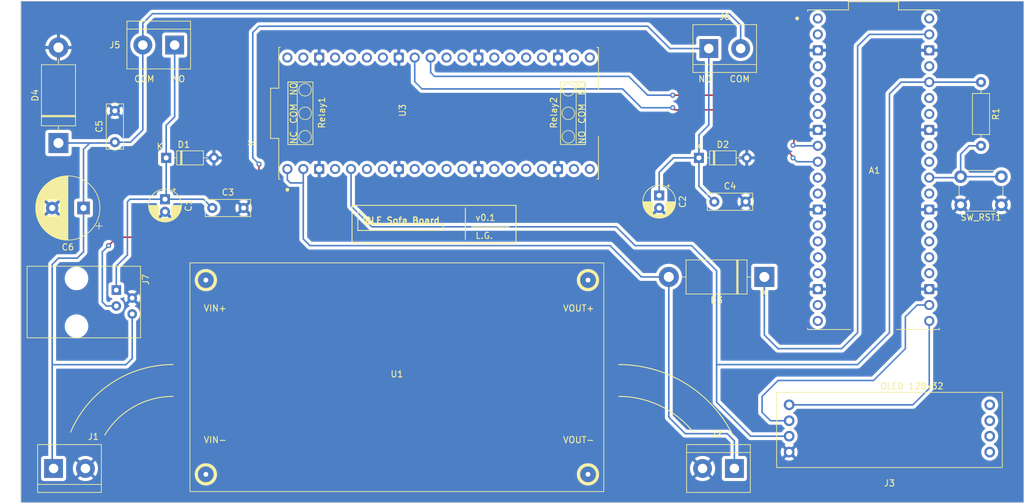
<source format=kicad_pcb>
(kicad_pcb (version 20221018) (generator pcbnew)
  (title_block (title "BLE Sofa Board") (date "2024-03-23") (rev "0.1"))
  (layers (0 "F.Cu" signal) (31 "B.Cu" signal) (34 "B.Paste" user) (35 "F.Paste" user) (36 "B.SilkS" user "B.Silkscreen") (37 "F.SilkS" user "F.Silkscreen") (38 "B.Mask" user) (39 "F.Mask" user) (44 "Edge.Cuts" user))
  (net 0 "")
  (net 3 "GND")
  (net 8 "RELAY1_PIN")
  (net 9 "RELAY2_PIN")
  (net 18 "OLED_SDA")
  (net 19 "OLED_SCL")
  (net 25 "Net-(A1-RUN)")
  (net 30 "+3.3V")
  (net 32 "Net-(A1-VSYS)")
  (net 34 "RJ9_UP")
  (net 35 "RJ9_DWN")
  (net 36 "VCC")
  (net 37 "Net-(D3-A)")
  (footprint "TerminalBlock:TerminalBlock_bornier-2_P5.08mm" (layer "F.Cu") (at 170.84 110.56 180)
    (fp_text reference "J2" (at 2.84 5.56) (layer "F.SilkS"))
    (fp_text value "Screw_Terminal_01x02 VOUT")
    (pad "1" thru_hole rect (at 0 0 180) (size 3 3) (drill 1.52) (layers "*.Cu" "*.Mask") (net 37 "Net-(D3-A)"))
    (pad "2" thru_hole circle (at 5.08 0 180) (size 3 3) (drill 1.52) (layers "*.Cu" "*.Mask") (net 3 "GND"))
  )
  (footprint "TerminalBlock:TerminalBlock_bornier-2_P5.08mm" (layer "F.Cu") (at 81.54 43 180)
    (fp_text reference "J5" (at 9.54 0) (layer "F.SilkS"))
    (fp_text value "Screw_Terminal_01x02 RelayUp")
    (pad "1" thru_hole rect (at 0 0 180) (size 3 3) (drill 1.52) (layers "*.Cu" "*.Mask") (net 34 "RJ9_UP"))
    (pad "2" thru_hole circle (at 5.08 0 180) (size 3 3) (drill 1.52) (layers "*.Cu" "*.Mask") (net 36 "VCC"))
  )
  (footprint "Capacitor_THT:CP_Radial_D5.0mm_P2.00mm" (layer "F.Cu") (at 158.84 67 -90)
    (fp_text reference "C2" (at 1 -3.75 -90) (layer "F.SilkS"))
    (fp_text value "C_Polarized 10uF")
    (pad "1" thru_hole rect (at 0 0 270) (size 1.6 1.6) (drill 0.8) (layers "*.Cu" "*.Mask") (net 35 "RJ9_DWN"))
    (pad "2" thru_hole circle (at 2 0 270) (size 1.6 1.6) (drill 0.8) (layers "*.Cu" "*.Mask") (net 3 "GND"))
  )
  (footprint "TerminalBlock:TerminalBlock_bornier-2_P5.08mm" (layer "F.Cu") (at 62.22 110.56)
    (fp_text reference "J1" (at 6.36 -5.08) (layer "F.SilkS"))
    (fp_text value "Screw_Terminal_01x02 VIN")
    (pad "1" thru_hole rect (at 0 0) (size 3 3) (drill 1.52) (layers "*.Cu" "*.Mask") (net 36 "VCC"))
    (pad "2" thru_hole circle (at 5.08 0) (size 3 3) (drill 1.52) (layers "*.Cu" "*.Mask") (net 3 "GND"))
  )
  (footprint "Capacitor_THT:CP_Radial_D10.0mm_P5.00mm" (layer "F.Cu") (at 67 69 180)
    (fp_text reference "C6" (at 2.5 -6.25) (layer "F.SilkS"))
    (fp_text value "C_Polarized 330uF 35V")
    (pad "1" thru_hole rect (at 0 0 180) (size 2 2) (drill 1) (layers "*.Cu" "*.Mask") (net 36 "VCC"))
    (pad "2" thru_hole circle (at 5 0 180) (size 2 2) (drill 1) (layers "*.Cu" "*.Mask") (net 3 "GND"))
  )
  (footprint "Capacitor_THT:CP_Radial_D5.0mm_P2.00mm" (layer "F.Cu") (at 80 67.6 -90)
    (fp_text reference "C1" (at 1 -3.75 -90) (layer "F.SilkS"))
    (fp_text value "C_Polarized 10uF")
    (pad "1" thru_hole rect (at 0 0 270) (size 1.6 1.6) (drill 0.8) (layers "*.Cu" "*.Mask") (net 34 "RJ9_UP"))
    (pad "2" thru_hole circle (at 2 0 270) (size 1.6 1.6) (drill 0.8) (layers "*.Cu" "*.Mask") (net 3 "GND"))
  )
  (footprint "Diode_THT:D_DO-35_SOD27_P7.62mm_Horizontal" (layer "F.Cu") (at 165.19 61)
    (fp_text reference "D2" (at 3.81 -2.12) (layer "F.SilkS"))
    (fp_text value "1N4148")
    (fp_text user "K" (at 0 -1.8) (layer "F.SilkS"))
    (pad "1" thru_hole rect (at 0 0) (size 1.6 1.6) (drill 0.8) (layers "*.Cu" "*.Mask") (net 35 "RJ9_DWN"))
    (pad "2" thru_hole oval (at 7.62 0) (size 1.6 1.6) (drill 0.8) (layers "*.Cu" "*.Mask") (net 3 "GND"))
  )
  (footprint "LibreSolar:4P4C_narrow" (layer "F.Cu") (at 74.77 82.095 -90)
    (fp_text reference "J7" (at -1.67 -2.16 90) (layer "F.SilkS"))
    (fp_text value "RJ9")
    (pad "" np_thru_hole circle (at -1.86 8.89 270) (size 3.25 3.25) (drill 3.25) (layers "*.Cu" "*.Mask"))
    (pad "" np_thru_hole circle (at 5.76 8.89 270) (size 3.25 3.25) (drill 3.25) (layers "*.Cu" "*.Mask"))
    (pad "1" thru_hole rect (at 0 2.54 270) (size 1.52 1.52) (drill 0.76) (layers "*.Cu" "*.Mask") (net 34 "RJ9_UP"))
    (pad "2" thru_hole circle (at 1.27 0 270) (size 1.52 1.52) (drill 0.76) (layers "*.Cu" "*.Mask") (net 3 "GND"))
    (pad "3" thru_hole circle (at 2.54 2.54 270) (size 1.52 1.52) (drill 0.76) (layers "*.Cu" "*.Mask") (net 35 "RJ9_DWN"))
    (pad "4" thru_hole circle (at 3.81 0 270) (size 1.52 1.52) (drill 0.76) (layers "*.Cu" "*.Mask") (net 36 "VCC"))
  )
  (footprint "Resistor_THT:R_Axial_DIN0207_L6.3mm_D2.5mm_P10.16mm_Horizontal" (layer "F.Cu") (at 210.19 48.92 -90)
    (fp_text reference "R1" (at 5.08 -2.37 90) (layer "F.SilkS"))
    (fp_text value "10K")
    (pad "1" thru_hole circle (at 0 0 270) (size 1.6 1.6) (drill 0.8) (layers "*.Cu" "*.Mask") (net 30 "+3.3V"))
    (pad "2" thru_hole oval (at 10.16 0 270) (size 1.6 1.6) (drill 0.8) (layers "*.Cu" "*.Mask") (net 25 "Net-(A1-RUN)"))
  )
  (footprint "SB_Components:OLED_I2C_128x32_SSD1306" (layer "F.Cu") (at 195.58 113.405)
    (fp_text reference "J3" (at 0 -0.5 unlocked) (layer "F.SilkS"))
    (fp_text value "Conn_01x04")
    (pad "1" thru_hole circle (at -16 -13) (size 1.7 1.7) (drill 1) (layers "*.Cu" "*.Mask") (net 18 "OLED_SDA"))
    (pad "2" thru_hole circle (at -16 -10.46) (size 1.7 1.7) (drill 1) (layers "*.Cu" "*.Mask") (net 19 "OLED_SCL"))
    (pad "3" thru_hole circle (at -16 -8) (size 1.7 1.7) (drill 1) (layers "*.Cu" "*.Mask") (net 30 "+3.3V"))
    (pad "4" thru_hole circle (at -16 -5.46) (size 1.7 1.7) (drill 1) (layers "*.Cu" "*.Mask") (net 3 "GND"))
    (pad "5" thru_hole circle (at 16 -13) (size 1.7 1.7) (drill 1) (layers "*.Cu" "*.Mask"))
    (pad "6" thru_hole circle (at 16 -10.46) (size 1.7 1.7) (drill 1) (layers "*.Cu" "*.Mask"))
    (pad "7" thru_hole circle (at 16 -8) (size 1.7 1.7) (drill 1) (layers "*.Cu" "*.Mask"))
    (pad "8" thru_hole circle (at 16 -5.46) (size 1.7 1.7) (drill 1) (layers "*.Cu" "*.Mask"))
  )
  (footprint "Diode_THT:D_DO-35_SOD27_P7.62mm_Horizontal" (layer "F.Cu") (at 80.19 61)
    (fp_text reference "D1" (at 2.81 -2.12) (layer "F.SilkS"))
    (fp_text value "1N4148")
    (fp_text user "K" (at -1 -1.8) (layer "F.SilkS"))
    (pad "1" thru_hole rect (at 0 0) (size 1.6 1.6) (drill 0.8) (layers "*.Cu" "*.Mask") (net 34 "RJ9_UP"))
    (pad "2" thru_hole oval (at 7.62 0) (size 1.6 1.6) (drill 0.8) (layers "*.Cu" "*.Mask") (net 3 "GND"))
  )
  (footprint "Button_Switch_THT:SW_PUSH_6mm_H4.3mm" (layer "F.Cu") (at 213.44 68.5 180)
    (fp_text reference "SW_RST1" (at 3.25 -2) (layer "F.SilkS"))
    (fp_text value "SW_Push")
    (pad "1" thru_hole circle (at 0 0 270) (size 2 2) (drill 1.1) (layers "*.Cu" "*.Mask") (net 3 "GND"))
    (pad "1" thru_hole circle (at 6.5 0 270) (size 2 2) (drill 1.1) (layers "*.Cu" "*.Mask") (net 3 "GND"))
    (pad "2" thru_hole circle (at 0 4.5 270) (size 2 2) (drill 1.1) (layers "*.Cu" "*.Mask") (net 25 "Net-(A1-RUN)"))
    (pad "2" thru_hole circle (at 6.5 4.5 270) (size 2 2) (drill 1.1) (layers "*.Cu" "*.Mask") (net 25 "Net-(A1-RUN)"))
  )
  (footprint "AZ_Delivery:LM2596S_Buck_Module" (layer "F.Cu") (at 117 96)
    (fp_text reference "U1" (at 0 -0.5 unlocked) (layer "F.SilkS"))
    (fp_text value "LM2596S_Buck_Module")
    (fp_text user "VOUT-" (at 29 10 unlocked) (layer "F.SilkS"))
    (fp_text user "VOUT+" (at 29 -11 unlocked) (layer "F.SilkS"))
    (fp_text user "VIN-" (at -29 10 unlocked) (layer "F.SilkS"))
    (fp_text user "VIN+" (at -29 -11 unlocked) (layer "F.SilkS"))
    (pad "1" thru_hole circle (at -30.48 -15.494) (size 2.54 2.54) (drill 0.762) (layers "*.Cu" "*.Mask"))
    (pad "2" thru_hole circle (at 30.48 -15.494) (size 2.54 2.54) (drill 0.762) (layers "*.Cu" "*.Mask"))
    (pad "3" thru_hole circle (at 30.48 15.494) (size 2.54 2.54) (drill 0.762) (layers "*.Cu" "*.Mask"))
    (pad "4" thru_hole circle (at -30.48 15.494) (size 2.54 2.54) (drill 0.762) (layers "*.Cu" "*.Mask"))
  )
  (footprint "Capacitor_THT:C_Disc_D7.0mm_W2.5mm_P5.00mm" (layer "F.Cu") (at 167.64 68)
    (fp_text reference "C4" (at 2.5 -2.5) (layer "F.SilkS"))
    (fp_text value "100nF")
    (pad "1" thru_hole circle (at 0 0) (size 1.6 1.6) (drill 0.8) (layers "*.Cu" "*.Mask") (net 35 "RJ9_DWN"))
    (pad "2" thru_hole circle (at 5 0) (size 1.6 1.6) (drill 0.8) (layers "*.Cu" "*.Mask") (net 3 "GND"))
  )
  (footprint "TerminalBlock:TerminalBlock_bornier-2_P5.08mm" (layer "F.Cu") (at 166.76 43.56)
    (fp_text reference "J6" (at 2.54 -5.08) (layer "F.SilkS"))
    (fp_text value "Screw_Terminal_01x02 RelayDwn")
    (pad "1" thru_hole rect (at 0 0) (size 3 3) (drill 1.52) (layers "*.Cu" "*.Mask") (net 35 "RJ9_DWN"))
    (pad "2" thru_hole circle (at 5.08 0) (size 3 3) (drill 1.52) (layers "*.Cu" "*.Mask") (net 36 "VCC"))
  )
  (footprint "Raspberry_Pi_Pico_W_SC0918:MODULE_SC0918" (layer "F.Cu") (at 193.04 62.89)
    (fp_text reference "A1" (at 0.15 0.11) (layer "F.SilkS"))
    (fp_text value "SC0918")
    (pad "1" thru_hole circle (at -8.89 -24.13) (size 1.6 1.6) (drill 1) (layers "*.Cu" "*.Mask"))
    (pad "2" thru_hole circle (at -8.89 -21.59) (size 1.6 1.6) (drill 1) (layers "*.Cu" "*.Mask"))
    (pad "3" thru_hole roundrect (at -8.89 -19.05) (size 1.6 1.6) (drill 1) (layers "*.Cu" "*.Mask") (roundrect_rratio 0.125) (net 3 "GND"))
    (pad "4" thru_hole circle (at -8.89 -16.51) (size 1.6 1.6) (drill 1) (layers "*.Cu" "*.Mask"))
    (pad "5" thru_hole circle (at -8.89 -13.97) (size 1.6 1.6) (drill 1) (layers "*.Cu" "*.Mask"))
    (pad "6" thru_hole circle (at -8.89 -11.43) (size 1.6 1.6) (drill 1) (layers "*.Cu" "*.Mask"))
    (pad "7" thru_hole circle (at -8.89 -8.89) (size 1.6 1.6) (drill 1) (layers "*.Cu" "*.Mask"))
    (pad "8" thru_hole roundrect (at -8.89 -6.35) (size 1.6 1.6) (drill 1) (layers "*.Cu" "*.Mask") (roundrect_rratio 0.125) (net 3 "GND"))
    (pad "9" thru_hole circle (at -8.89 -3.81) (size 1.6 1.6) (drill 1) (layers "*.Cu" "*.Mask") (net 9 "RELAY2_PIN"))
    (pad "10" thru_hole circle (at -8.89 -1.27) (size 1.6 1.6) (drill 1) (layers "*.Cu" "*.Mask") (net 8 "RELAY1_PIN"))
    (pad "11" thru_hole circle (at -8.89 1.27) (size 1.6 1.6) (drill 1) (layers "*.Cu" "*.Mask"))
    (pad "12" thru_hole circle (at -8.89 3.81) (size 1.6 1.6) (drill 1) (layers "*.Cu" "*.Mask"))
    (pad "13" thru_hole roundrect (at -8.89 6.35) (size 1.6 1.6) (drill 1) (layers "*.Cu" "*.Mask") (roundrect_rratio 0.125) (net 3 "GND"))
    (pad "14" thru_hole circle (at -8.89 8.89) (size 1.6 1.6) (drill 1) (layers "*.Cu" "*.Mask"))
    (pad "15" thru_hole circle (at -8.89 11.43) (size 1.6 1.6) (drill 1) (layers "*.Cu" "*.Mask"))
    (pad "16" thru_hole circle (at -8.848119 13.97) (size 1.6 1.6) (drill 1) (layers "*.Cu" "*.Mask"))
    (pad "17" thru_hole circle (at -8.89 16.51) (size 1.6 1.6) (drill 1) (layers "*.Cu" "*.Mask"))
    (pad "18" thru_hole roundrect (at -8.89 19.05) (size 1.6 1.6) (drill 1) (layers "*.Cu" "*.Mask") (roundrect_rratio 0.125) (net 3 "GND"))
    (pad "19" thru_hole circle (at -8.89 21.59) (size 1.6 1.6) (drill 1) (layers "*.Cu" "*.Mask"))
    (pad "20" thru_hole circle (at -8.89 24.13) (size 1.6 1.6) (drill 1) (layers "*.Cu" "*.Mask"))
    (pad "21" thru_hole circle (at 8.89 24.13) (size 1.6 1.6) (drill 1) (layers "*.Cu" "*.Mask") (net 18 "OLED_SDA"))
    (pad "22" thru_hole circle (at 8.89 21.59) (size 1.6 1.6) (drill 1) (layers "*.Cu" "*.Mask") (net 19 "OLED_SCL"))
    (pad "23" thru_hole roundrect (at 8.89 19.05) (size 1.6 1.6) (drill 1) (layers "*.Cu" "*.Mask") (roundrect_rratio 0.125) (net 3 "GND"))
    (pad "24" thru_hole circle (at 8.89 16.51) (size 1.6 1.6) (drill 1) (layers "*.Cu" "*.Mask"))
    (pad "25" thru_hole circle (at 8.89 13.97) (size 1.6 1.6) (drill 1) (layers "*.Cu" "*.Mask"))
    (pad "26" thru_hole circle (at 8.89 11.43) (size 1.6 1.6) (drill 1) (layers "*.Cu" "*.Mask"))
    (pad "27" thru_hole circle (at 8.89 8.89) (size 1.6 1.6) (drill 1) (layers "*.Cu" "*.Mask"))
    (pad "28" thru_hole roundrect (at 8.89 6.35) (size 1.6 1.6) (drill 1) (layers "*.Cu" "*.Mask") (roundrect_rratio 0.125) (net 3 "GND"))
    (pad "29" thru_hole circle (at 8.89 3.81) (size 1.6 1.6) (drill 1) (layers "*.Cu" "*.Mask"))
    (pad "30" thru_hole circle (at 8.89 1.27) (size 1.6 1.6) (drill 1) (layers "*.Cu" "*.Mask") (net 25 "Net-(A1-RUN)"))
    (pad "31" thru_hole circle (at 8.89 -1.27) (size 1.6 1.6) (drill 1) (layers "*.Cu" "*.Mask"))
    (pad "32" thru_hole circle (at 8.89 -3.81) (size 1.6 1.6) (drill 1) (layers "*.Cu" "*.Mask"))
    (pad "33" thru_hole roundrect (at 8.89 -6.35) (size 1.6 1.6) (drill 1) (layers "*.Cu" "*.Mask") (roundrect_rratio 0.125) (net 3 "GND"))
    (pad "34" thru_hole circle (at 8.89 -8.89) (size 1.6 1.6) (drill 1) (layers "*.Cu" "*.Mask"))
    (pad "35" thru_hole circle (at 8.89 -11.43) (size 1.6 1.6) (drill 1) (layers "*.Cu" "*.Mask"))
    (pad "36" thru_hole circle (at 8.89 -13.97) (size 1.6 1.6) (drill 1) (layers "*.Cu" "*.Mask") (net 30 "+3.3V"))
    (pad "37" thru_hole circle (at 8.89 -16.51) (size 1.6 1.6) (drill 1) (layers "*.Cu" "*.Mask"))
    (pad "38" thru_hole roundrect (at 8.89 -19.05) (size 1.6 1.6) (drill 1) (layers "*.Cu" "*.Mask") (roundrect_rratio 0.125) (net 3 "GND"))
    (pad "39" thru_hole circle (at 8.89 -21.59) (size 1.6 1.6) (drill 1) (layers "*.Cu" "*.Mask") (net 32 "Net-(A1-VSYS)"))
    (pad "40" thru_hole circle (at 8.89 -24.13) (size 1.6 1.6) (drill 1) (layers "*.Cu" "*.Mask"))
  )
  (footprint "Diode_THT:D_DO-201AD_P15.24mm_Horizontal" (layer "F.Cu") (at 63 58.632323 90)
    (fp_text reference "D4" (at 7.62 -3.72 90) (layer "F.SilkS"))
    (fp_text value "1N5822")
    (fp_text user "K" (at 0 30.8 90) (layer "F.SilkS"))
    (pad "1" thru_hole rect (at 0 0 90) (size 3.2 3.2) (drill 1.6) (layers "*.Cu" "*.Mask") (net 36 "VCC"))
    (pad "2" thru_hole oval (at 15.24 0 90) (size 3.2 3.2) (drill 1.6) (layers "*.Cu" "*.Mask") (net 3 "GND"))
  )
  (footprint "SB_Components:Pico_Dual_Channel_Relay_HAT" (layer "F.Cu") (at 123.6 53.89 90)
    (fp_text reference "U3" (at 0.46 -5.7 90 unlocked) (layer "F.SilkS"))
    (fp_text value "Pico_Dual_Channel_Relay_HAT")
    (fp_text user "Relay1" (at -2.5 -18 90 unlocked) (layer "F.SilkS") (effects (justify left bottom)))
    (fp_text user "NO" (at 2.75 -22.5 90 unlocked) (layer "F.SilkS") (effects (justify left bottom)))
    (fp_text user "Relay2" (at -2.5 19 90 unlocked) (layer "F.SilkS") (effects (justify left bottom)))
    (fp_text user "COM" (at -1.75 -22.5 90 unlocked) (layer "F.SilkS") (effects (justify left bottom)))
    (fp_text user "NC" (at 2.75 23.5 90 unlocked) (layer "F.SilkS") (effects (justify left bottom)))
    (fp_text user "NC" (at -5 -22.5 90 unlocked) (layer "F.SilkS") (effects (justify left bottom)))
    (fp_text user "COM" (at -1.75 23.5 90 unlocked) (layer "F.SilkS") (effects (justify left bottom)))
    (fp_text user "NO" (at -5 23.5 90 unlocked) (layer "F.SilkS") (effects (justify left bottom)))
    (pad "1" thru_hole circle (at -8.89 -24.08 90) (size 1.6 1.6) (drill 1) (layers "*.Cu" "*.Mask") (net 37 "Net-(D3-A)"))
    (pad "2" thru_hole circle (at -8.89 -21.54 90) (size 1.6 1.6) (drill 1) (layers "*.Cu" "*.Mask") (net 37 "Net-(D3-A)"))
    (pad "3" thru_hole roundrect (at -8.89 -19 90) (size 1.6 1.6) (drill 1) (layers "*.Cu" "*.Mask") (roundrect_rratio 0.125) (net 3 "GND"))
    (pad "4" thru_hole circle (at -8.89 -16.46 90) (size 1.6 1.6) (drill 1) (layers "*.Cu" "*.Mask"))
    (pad "5" thru_hole circle (at -8.89 -13.92 90) (size 1.6 1.6) (drill 1) (layers "*.Cu" "*.Mask") (net 30 "+3.3V"))
    (pad "6" thru_hole circle (at -8.89 -11.38 90) (size 1.6 1.6) (drill 1) (layers "*.Cu" "*.Mask"))
    (pad "7" thru_hole circle (at -8.89 -8.84 90) (size 1.6 1.6) (drill 1) (layers "*.Cu" "*.Mask"))
    (pad "8" thru_hole roundrect (at -8.89 -6.3 90) (size 1.6 1.6) (drill 1) (layers "*.Cu" "*.Mask") (roundrect_rratio 0.125) (net 3 "GND"))
    (pad "9" thru_hole circle (at -8.89 -3.76 90) (size 1.6 1.6) (drill 1) (layers "*.Cu" "*.Mask"))
    (pad "10" thru_hole circle (at -8.89 -1.22 90) (size 1.6 1.6) (drill 1) (layers "*.Cu" "*.Mask"))
    (pad "11" thru_hole circle (at -8.89 1.32 90) (size 1.6 1.6) (drill 1) (layers "*.Cu" "*.Mask"))
    (pad "12" thru_hole circle (at -8.89 3.86 90) (size 1.6 1.6) (drill 1) (layers "*.Cu" "*.Mask"))
    (pad "13" thru_hole roundrect (at -8.89 6.4 90) (size 1.6 1.6) (drill 1) (layers "*.Cu" "*.Mask") (roundrect_rratio 0.125) (net 3 "GND"))
    (pad "14" thru_hole circle (at -8.89 8.94 90) (size 1.6 1.6) (drill 1) (layers "*.Cu" "*.Mask"))
    (pad "15" thru_hole circle (at -8.89 11.48 90) (size 1.6 1.6) (drill 1) (layers "*.Cu" "*.Mask"))
    (pad "16" thru_hole circle (at -8.848119 14.02 90) (size 1.6 1.6) (drill 1) (layers "*.Cu" "*.Mask"))
    (pad "17" thru_hole circle (at -8.89 16.56 90) (size 1.6 1.6) (drill 1) (layers "*.Cu" "*.Mask"))
    (pad "18" thru_hole roundrect (at -8.89 19.1 90) (size 1.6 1.6) (drill 1) (layers "*.Cu" "*.Mask") (roundrect_rratio 0.125) (net 3 "GND"))
    (pad "19" thru_hole circle (at -8.89 21.64 90) (size 1.6 1.6) (drill 1) (layers "*.Cu" "*.Mask"))
    (pad "20" thru_hole circle (at -8.89 24.18 90) (size 1.6 1.6) (drill 1) (layers "*.Cu" "*.Mask"))
    (pad "21" thru_hole circle (at 8.89 24.18 90) (size 1.6 1.6) (drill 1) (layers "*.Cu" "*.Mask"))
    (pad "22" thru_hole circle (at 8.89 21.64 90) (size 1.6 1.6) (drill 1) (layers "*.Cu" "*.Mask"))
    (pad "23" thru_hole roundrect (at 8.89 19.1 90) (size 1.6 1.6) (drill 1) (layers "*.Cu" "*.Mask") (roundrect_rratio 0.125) (net 3 "GND"))
    (pad "24" thru_hole circle (at 8.89 16.56 90) (size 1.6 1.6) (drill 1) (layers "*.Cu" "*.Mask"))
    (pad "25" thru_hole circle (at 8.89 14.02 90) (size 1.6 1.6) (drill 1) (layers "*.Cu" "*.Mask"))
    (pad "26" thru_hole circle (at 8.89 11.48 90) (size 1.6 1.6) (drill 1) (layers "*.Cu" "*.Mask"))
    (pad "27" thru_hole circle (at 8.89 8.94 90) (size 1.6 1.6) (drill 1) (layers "*.Cu" "*.Mask"))
    (pad "28" thru_hole roundrect (at 8.89 6.4 90) (size 1.6 1.6) (drill 1) (layers "*.Cu" "*.Mask") (roundrect_rratio 0.125) (net 3 "GND"))
    (pad "29" thru_hole circle (at 8.89 3.86 90) (size 1.6 1.6) (drill 1) (layers "*.Cu" "*.Mask"))
    (pad "30" thru_hole circle (at 8.89 1.32 90) (size 1.6 1.6) (drill 1) (layers "*.Cu" "*.Mask"))
    (pad "31" thru_hole circle (at 8.89 -1.22 90) (size 1.6 1.6) (drill 1) (layers "*.Cu" "*.Mask") (net 9 "RELAY2_PIN"))
    (pad "32" thru_hole circle (at 8.89 -3.76 90) (size 1.6 1.6) (drill 1) (layers "*.Cu" "*.Mask") (net 8 "RELAY1_PIN"))
    (pad "33" thru_hole roundrect (at 8.89 -6.3 90) (size 1.6 1.6) (drill 1) (layers "*.Cu" "*.Mask") (roundrect_rratio 0.125) (net 3 "GND"))
    (pad "34" thru_hole circle (at 8.89 -8.84 90) (size 1.6 1.6) (drill 1) (layers "*.Cu" "*.Mask"))
    (pad "35" thru_hole circle (at 8.89 -11.38 90) (size 1.6 1.6) (drill 1) (layers "*.Cu" "*.Mask"))
    (pad "36" thru_hole circle (at 8.89 -13.92 90) (size 1.6 1.6) (drill 1) (layers "*.Cu" "*.Mask"))
    (pad "37" thru_hole circle (at 8.89 -16.46 90) (size 1.6 1.6) (drill 1) (layers "*.Cu" "*.Mask"))
    (pad "38" thru_hole roundrect (at 8.89 -19 90) (size 1.6 1.6) (drill 1) (layers "*.Cu" "*.Mask") (roundrect_rratio 0.125) (net 3 "GND"))
    (pad "39" thru_hole circle (at 8.89 -21.54 90) (size 1.6 1.6) (drill 1) (layers "*.Cu" "*.Mask"))
    (pad "40" thru_hole circle (at 8.89 -24.08 90) (size 1.6 1.6) (drill 1) (layers "*.Cu" "*.Mask"))
  )
  (footprint "Capacitor_THT:C_Disc_D7.0mm_W2.5mm_P5.00mm" (layer "F.Cu") (at 72 58.5 90)
    (fp_text reference "C5" (at 2.5 -2.5 90) (layer "F.SilkS"))
    (fp_text value "100nF")
    (pad "1" thru_hole circle (at 0 0 90) (size 1.6 1.6) (drill 0.8) (layers "*.Cu" "*.Mask") (net 36 "VCC"))
    (pad "2" thru_hole circle (at 5 0 90) (size 1.6 1.6) (drill 0.8) (layers "*.Cu" "*.Mask") (net 3 "GND"))
  )
  (footprint "Capacitor_THT:C_Disc_D7.0mm_W2.5mm_P5.00mm" (layer "F.Cu") (at 87.54 69)
    (fp_text reference "C3" (at 2.5 -2.5) (layer "F.SilkS"))
    (fp_text value "100nF")
    (pad "1" thru_hole circle (at 0 0) (size 1.6 1.6) (drill 0.8) (layers "*.Cu" "*.Mask") (net 34 "RJ9_UP"))
    (pad "2" thru_hole circle (at 5 0) (size 1.6 1.6) (drill 0.8) (layers "*.Cu" "*.Mask") (net 3 "GND"))
  )
  (footprint "Diode_THT:D_DO-201AD_P15.24mm_Horizontal" (layer "F.Cu") (at 175.62 80 180)
    (fp_text reference "D3" (at 7.62 -3.72) (layer "F.SilkS"))
    (fp_text value "1N5822")
    (fp_text user "K" (at 0 -2.54) (layer "F.SilkS"))
    (pad "1" thru_hole rect (at 0 0 180) (size 3.2 3.2) (drill 1.6) (layers "*.Cu" "*.Mask") (net 32 "Net-(A1-VSYS)"))
    (pad "2" thru_hole oval (at 15.24 0 180) (size 3.2 3.2) (drill 1.6) (layers "*.Cu" "*.Mask") (net 37 "Net-(D3-A)"))
  )
  (gr_arc (start 70.38984 105.225904) (mid 75.022725 100.708461) (end 81.28 99.06) (stroke (width 0.15)) (layer "F.SilkS"))
  (gr_line (start 127.92 74) (end 127.92 69) (stroke (width 0.15)) (layer "F.SilkS"))
  (gr_line (start 128.92 72) (end 134.92 72) (stroke (width 0.15)) (layer "F.SilkS"))
  (gr_arc (start 152.4 99.06) (mid 159.001796 100.564139) (end 164.300441 104.779647) (stroke (width 0.15)) (layer "F.SilkS"))
  (gr_line (start 110.76 69.58) (end 110.76 72.58) (stroke (width 0.15)) (layer "F.SilkS"))
  (gr_arc (start 152.4 93.98) (mid 163.082856 97.014776) (end 170.574761 105.21262) (stroke (width 0.15)) (layer "F.SilkS"))
  (gr_line (start 111.76 70.58) (end 111.76 71.58) (stroke (width 0.15)) (layer "F.SilkS"))
  (gr_line (start 124.38 72.58) (end 124.38 71.58) (stroke (width 0.15)) (layer "F.SilkS"))
  (gr_rect (start 109.84 68.58) (end 136 74.58) (stroke (width 0.15)) (fill none) (layer "F.SilkS"))
  (gr_arc (start 110.76 69.58) (mid 111.467107 69.872893) (end 111.76 70.58) (stroke (width 0.15)) (layer "F.SilkS"))
  (gr_line (start 111.76 71.58) (end 124.38 71.58) (stroke (width 0.15)) (layer "F.SilkS"))
  (gr_line (start 110.76 72.58) (end 124.38 72.58) (stroke (width 0.15)) (layer "F.SilkS"))
  (gr_arc (start 64.937601 104.756115) (mid 71.49227 96.916525) (end 81.28 93.98) (stroke (width 0.15)) (layer "F.SilkS"))
  (gr_rect (start 57 36) (end 217 116) (stroke (width 0.1)) (fill none) (layer "Edge.Cuts"))
  (gr_text "v0.1" (at 129.46 71.12) (layer "F.SilkS") (effects (font (size 1 1)) (justify left bottom)))
  (gr_text "L.G." (at 129.46 74) (layer "F.SilkS") (effects (font (size 1 1)) (justify left bottom)))
  (gr_text "NO" (at 81 49) (layer "F.SilkS") (effects (font (size 1 1)) (justify left bottom)))
  (gr_text "BLE Sofa Board" (at 111.76 71.58) (layer "F.SilkS") (effects (font (size 1 1) (thickness 0.2) bold) (justify left bottom)))
  (gr_text "OLED 128x32" (at 194 98) (layer "F.SilkS") (effects (font (size 1 1)) (justify left bottom)))
  (gr_text "COM" (at 75 49) (layer "F.SilkS") (effects (font (size 1 1)) (justify left bottom)))
  (gr_text "NO" (at 165 49) (layer "F.SilkS") (effects (font (size 1 1)) (justify left bottom)))
  (gr_text "COM" (at 170 49) (layer "F.SilkS") (effects (font (size 1 1)) (justify left bottom)))
  (segment (start 201.94 69.25) (end 201.93 69.24) (width 0.25) (layer "F.Cu") (net 3))
  (segment (start 130 62.78) (end 130 69) (width 0.25) (layer "B.Cu") (net 3))
  (segment (start 172.64 61.17) (end 172.81 61) (width 0.25) (layer "B.Cu") (net 3))
  (segment (start 142.7 62.78) (end 142.7 68.3) (width 0.25) (layer "B.Cu") (net 3))
  (segment (start 118 69) (end 130 69) (width 0.25) (layer "B.Cu") (net 3))
  (segment (start 117.3 68.3) (end 118 69) (width 0.25) (layer "B.Cu") (net 3))
  (segment (start 184.15 43.84) (end 183.35 43.84) (width 0.25) (layer "B.Cu") (net 3))
  (segment (start 117.3 62.78) (end 117.3 68.3) (width 0.25) (layer "B.Cu") (net 3))
  (segment (start 172.81 67.83) (end 172.64 68) (width 0.25) (layer "B.Cu") (net 3))
  (segment (start 206.2 69.24) (end 206.94 68.5) (width 0.25) (layer "B.Cu") (net 3))
  (segment (start 142 69) (end 130 69) (width 0.25) (layer "B.Cu") (net 3))
  (segment (start 142.7 68.3) (end 142 69) (width 0.25) (layer "B.Cu") (net 3))
  (segment (start 161 53) (end 161.34 53.34) (width 0.25) (layer "F.Cu") (net 8))
  (segment (start 172.72 53.34) (end 180.19 60.81) (width 0.25) (layer "F.Cu") (net 8))
  (segment (start 161.34 53.34) (end 172.72 53.34) (width 0.25) (layer "F.Cu") (net 8))
  (segment (start 180.19 60.81) (end 180.19 61) (width 0.25) (layer "F.Cu") (net 8))
  (via (at 180.19 61) (size 0.8) (drill 0.4) (layers "F.Cu" "B.Cu") (net 8))
  (via (at 161 53) (size 0.8) (drill 0.4) (layers "F.Cu" "B.Cu") (net 8))
  (segment (start 180.81 61.62) (end 180.19 61) (width 0.25) (layer "B.Cu") (net 8))
  (segment (start 156 53) (end 161 53) (width 0.25) (layer "B.Cu") (net 8))
  (segment (start 119.84 45) (end 119.84 48.84) (width 0.25) (layer "B.Cu") (net 8))
  (segment (start 153 50) (end 154 51) (width 0.25) (layer "B.Cu") (net 8))
  (segment (start 154 51) (end 156 53) (width 0.25) (layer "B.Cu") (net 8))
  (segment (start 121 50) (end 153 50) (width 0.25) (layer "B.Cu") (net 8))
  (segment (start 119.84 48.84) (end 121 50) (width 0.25) (layer "B.Cu") (net 8))
  (segment (start 184.15 61.62) (end 180.81 61.62) (width 0.25) (layer "B.Cu") (net 8))
  (segment (start 175.46 51) (end 180.34 55.88) (width 0.25) (layer "F.Cu") (net 9))
  (segment (start 180.34 55.88) (end 180.34 58.85) (width 0.25) (layer "F.Cu") (net 9))
  (segment (start 161 51) (end 175.46 51) (width 0.25) (layer "F.Cu") (net 9))
  (segment (start 161 51) (end 161.2 50.8) (width 0.25) (layer "F.Cu") (net 9))
  (segment (start 180.34 58.85) (end 180.19 59) (width 0.25) (layer "F.Cu") (net 9))
  (via (at 180.19 59) (size 0.8) (drill 0.4) (layers "F.Cu" "B.Cu") (net 9))
  (via (at 161 51) (size 0.8) (drill 0.4) (layers "F.Cu" "B.Cu") (net 9))
  (segment (start 180.27 59.08) (end 180.19 59) (width 0.25) (layer "B.Cu") (net 9))
  (segment (start 122.38 47.38) (end 122.38 45) (width 0.25) (layer "B.Cu") (net 9))
  (segment (start 180.19 59) (end 180.11 59.08) (width 0.25) (layer "B.Cu") (net 9))
  (segment (start 161 51) (end 157 51) (width 0.25) (layer "B.Cu") (net 9))
  (segment (start 157 51) (end 154 48) (width 0.25) (layer "B.Cu") (net 9))
  (segment (start 154 48) (end 123 48) (width 0.25) (layer "B.Cu") (net 9))
  (segment (start 184.15 59.08) (end 180.27 59.08) (width 0.25) (layer "B.Cu") (net 9))
  (segment (start 123 48) (end 122.38 47.38) (width 0.25) (layer "B.Cu") (net 9))
  (segment (start 199.315 100.405) (end 179.58 100.405) (width 0.25) (layer "B.Cu") (net 18))
  (segment (start 201.93 97.79) (end 199.315 100.405) (width 0.25) (layer "B.Cu") (net 18))
  (segment (start 201.93 87.02) (end 201.93 97.79) (width 0.25) (layer "B.Cu") (net 18))
  (segment (start 198.12 86.36) (end 200 84.48) (width 0.25) (layer "B.Cu") (net 19))
  (segment (start 175.26 99.06) (end 175.26 101.6) (width 0.25) (layer "B.Cu") (net 19))
  (segment (start 198.12 91.44) (end 198.12 86.36) (width 0.25) (layer "B.Cu") (net 19))
  (segment (start 177.8 96.52) (end 175.26 99.06) (width 0.25) (layer "B.Cu") (net 19))
  (segment (start 193.04 96.52) (end 177.8 96.52) (width 0.25) (layer "B.Cu") (net 19))
  (segment (start 179.58 102.945) (end 176.605 102.945) (width 0.25) (layer "B.Cu") (net 19))
  (segment (start 193.04 96.52) (end 198.12 91.44) (width 0.25) (layer "B.Cu") (net 19))
  (segment (start 200 84.48) (end 201.93 84.48) (width 0.25) (layer "B.Cu") (net 19))
  (segment (start 176.605 102.945) (end 175.26 101.6) (width 0.25) (layer "B.Cu") (net 19))
  (segment (start 206.78 64.16) (end 206.94 64) (width 0.25) (layer "F.Cu") (net 25))
  (segment (start 206.94 60.41) (end 206.94 61) (width 0.25) (layer "B.Cu") (net 25))
  (segment (start 208.27 59.08) (end 206.94 60.41) (width 0.25) (layer "B.Cu") (net 25))
  (segment (start 201.93 64.16) (end 206.78 64.16) (width 0.25) (layer "B.Cu") (net 25))
  (segment (start 208.27 59.08) (end 210.19 59.08) (width 0.25) (layer "B.Cu") (net 25))
  (segment (start 206.94 64) (end 213.44 64) (width 0.25) (layer "B.Cu") (net 25))
  (segment (start 206.94 61) (end 206.94 64) (width 0.25) (layer "B.Cu") (net 25))
  (segment (start 168 79) (end 168 93.98) (width 0.25) (layer "B.Cu") (net 30))
  (segment (start 113 72) (end 152 72) (width 0.25) (layer "B.Cu") (net 30))
  (segment (start 179.58 105.405) (end 173.425 105.405) (width 0.25) (layer "B.Cu") (net 30))
  (segment (start 195.58 88.9) (end 190.5 93.98) (width 0.25) (layer "B.Cu") (net 30))
  (segment (start 168 93.98) (end 168 95) (width 0.25) (layer "B.Cu") (net 30))
  (segment (start 109.68 62.78) (end 109.68 68.68) (width 0.25) (layer "B.Cu") (net 30))
  (segment (start 195.58 50.8) (end 195.58 88.9) (width 0.25) (layer "B.Cu") (net 30))
  (segment (start 197.46 48.92) (end 195.58 50.8) (width 0.25) (layer "B.Cu") (net 30))
  (segment (start 164 75) (end 168 79) (width 0.25) (layer "B.Cu") (net 30))
  (segment (start 201.93 48.92) (end 197.46 48.92) (width 0.25) (layer "B.Cu") (net 30))
  (segment (start 152 72) (end 155 75) (width 0.25) (layer "B.Cu") (net 30))
  (segment (start 168 95) (end 168 99.98) (width 0.25) (layer "B.Cu") (net 30))
  (segment (start 210.19 48.92) (end 201.93 48.92) (width 0.25) (layer "B.Cu") (net 30))
  (segment (start 155 75) (end 164 75) (width 0.25) (layer "B.Cu") (net 30))
  (segment (start 109.68 68.68) (end 113 72) (width 0.25) (layer "B.Cu") (net 30))
  (segment (start 168 99.98) (end 173.425 105.405) (width 0.25) (layer "B.Cu") (net 30))
  (segment (start 190.5 93.98) (end 168 93.98) (width 0.25) (layer "B.Cu") (net 30))
  (segment (start 190.5 43.18) (end 190.5 88.9) (width 0.25) (layer "B.Cu") (net 32))
  (segment (start 192.38 41.3) (end 190.5 43.18) (width 0.25) (layer "B.Cu") (net 32))
  (segment (start 175.62 89.26) (end 175.62 80) (width 0.25) (layer "B.Cu") (net 32))
  (segment (start 190.5 88.9) (end 187.96 91.44) (width 0.25) (layer "B.Cu") (net 32))
  (segment (start 187.96 91.44) (end 177.8 91.44) (width 0.25) (layer "B.Cu") (net 32))
  (segment (start 201.93 41.3) (end 192.38 41.3) (width 0.25) (layer "B.Cu") (net 32))
  (segment (start 177.8 91.44) (end 175.62 89.26) (width 0.25) (layer "B.Cu") (net 32))
  (segment (start 80.19 67.41) (end 80 67.6) (width 0.25) (layer "F.Cu") (net 34))
  (segment (start 80 61.19) (end 80.19 61) (width 0.25) (layer "F.Cu") (net 34))
  (segment (start 74 76.5) (end 72.23 78.27) (width 0.25) (layer "B.Cu") (net 34))
  (segment (start 72.23 78.27) (end 72.23 82.095) (width 0.25) (layer "B.Cu") (net 34))
  (segment (start 80.19 55.81) (end 81.54 54.46) (width 0.25) (layer "B.Cu") (net 34))
  (segment (start 74.4 67.6) (end 74 68) (width 0.25) (layer "B.Cu") (net 34))
  (segment (start 74 68) (end 74 76.5) (width 0.25) (layer "B.Cu") (net 34))
  (segment (start 86.14 67.6) (end 87.54 69) (width 0.25) (layer "B.Cu") (net 34))
  (segment (start 81.54 54.46) (end 81.54 43) (width 0.25) (layer "B.Cu") (net 34))
  (segment (start 80.19 61) (end 80.19 67.41) (width 0.25) (layer "B.Cu") (net 34))
  (segment (start 80.19 61) (end 80.19 55.81) (width 0.25) (layer "B.Cu") (net 34))
  (segment (start 80 67.6) (end 86.14 67.6) (width 0.25) (layer "B.Cu") (net 34))
  (segment (start 80 67.6) (end 74.4 67.6) (width 0.25) (layer "B.Cu") (net 34))
  (segment (start 71 75) (end 72.34 73.66) (width 0.25) (layer "F.Cu") (net 35))
  (segment (start 94.34 73.66) (end 95 73) (width 0.25) (layer "F.Cu") (net 35))
  (segment (start 95 73) (end 95 62) (width 0.25) (layer "F.Cu") (net 35))
  (segment (start 72.34 73.66) (end 94.34 73.66) (width 0.25) (layer "F.Cu") (net 35))
  (via (at 95 62) (size 0.8) (drill 0.4) (layers "F.Cu" "B.Cu") (net 35))
  (via (at 71 75) (size 0.8) (drill 0.4) (layers "F.Cu" "B.Cu") (net 35))
  (segment (start 70 84) (end 70 76) (width 0.25) (layer "B.Cu") (net 35))
  (segment (start 165.19 61) (end 161.14 61) (width 0.25) (layer "B.Cu") (net 35))
  (segment (start 165.19 57.33) (end 165.19 61) (width 0.25) (layer "B.Cu") (net 35))
  (segment (start 158.84 63.3) (end 158.84 67) (width 0.25) (layer "B.Cu") (net 35))
  (segment (start 95 62) (end 94 61) (width 0.25) (layer "B.Cu") (net 35))
  (segment (start 165.19 65.55) (end 167.64 68) (width 0.25) (layer "B.Cu") (net 35))
  (segment (start 94 61) (end 94 41) (width 0.25) (layer "B.Cu") (net 35))
  (segment (start 165.19 61) (end 165.19 65.55) (width 0.25) (layer "B.Cu") (net 35))
  (segment (start 70 76) (end 71 75) (width 0.25) (layer "B.Cu") (net 35))
  (segment (start 166.76 43.56) (end 166.76 55.76) (width 0.25) (layer "B.Cu") (net 35))
  (segment (start 161.14 61) (end 158.84 63.3) (width 0.25) (layer "B.Cu") (net 35))
  (segment (start 157 40) (end 160.56 43.56) (width 0.25) (layer "B.Cu") (net 35))
  (segment (start 160.56 43.56) (end 166.76 43.56) (width 0.25) (layer "B.Cu") (net 35))
  (segment (start 166.76 55.76) (end 165.19 57.33) (width 0.25) (layer "B.Cu") (net 35))
  (segment (start 95 40) (end 157 40) (width 0.25) (layer "B.Cu") (net 35))
  (segment (start 72.23 84.635) (end 70.635 84.635) (width 0.25) (layer "B.Cu") (net 35))
  (segment (start 70.635 84.635) (end 70 84) (width 0.25) (layer "B.Cu") (net 35))
  (segment (start 94 41) (end 95 40) (width 0.25) (layer "B.Cu") (net 35))
  (segment (start 71.867677 58.632323) (end 72 58.5) (width 0.25) (layer "F.Cu") (net 36))
  (segment (start 62.632323 59) (end 63 58.632323) (width 0.25) (layer "F.Cu") (net 36))
  (segment (start 73.77 94) (end 62 94) (width 0.25) (layer "B.Cu") (net 36))
  (segment (start 62 94) (end 62 110.34) (width 0.25) (layer "B.Cu") (net 36))
  (segment (start 74.77 93) (end 73.77 94) (width 0.25) (layer "B.Cu") (net 36))
  (segment (start 74.5 58.5) (end 76.46 56.54) (width 0.25) (layer "B.Cu") (net 36))
  (segment (start 171.84 39.84) (end 171.84 43.56) (width 0.25) (layer "B.Cu") (net 36))
  (segment (start 67 59.632323) (end 68 58.632323) (width 0.25) (layer "B.Cu") (net 36))
  (segment (start 67 76) (end 66 77) (width 0.25) (layer "B.Cu") (net 36))
  (segment (start 66 77) (end 63 77) (width 0.25) (layer "B.Cu") (net 36))
  (segment (start 76.46 39.54) (end 78 38) (width 0.25) (layer "B.Cu") (net 36))
  (segment (start 68 58.632323) (end 71.867677 58.632323) (width 0.25) (layer "B.Cu") (net 36))
  (segment (start 62 78) (end 62 94) (width 0.25) (layer "B.Cu") (net 36))
  (segment (start 74.77 85.905) (end 74.77 93) (width 0.25) (layer "B.Cu") (net 36))
  (segment (start 170 38) (end 171.84 39.84) (width 0.25) (layer "B.Cu") (net 36))
  (segment (start 63 77) (end 62 78) (width 0.25) (layer "B.Cu") (net 36))
  (segment (start 78 38) (end 170 38) (width 0.25) (layer "B.Cu") (net 36))
  (segment (start 63 58.632323) (end 68 58.632323) (width 0.25) (layer "B.Cu") (net 36))
  (segment (start 67 69) (end 67 76) (width 0.25) (layer "B.Cu") (net 36))
  (segment (start 72 58.5) (end 74.5 58.5) (width 0.25) (layer "B.Cu") (net 36))
  (segment (start 76.46 56.54) (end 76.46 43) (width 0.25) (layer "B.Cu") (net 36))
  (segment (start 67 69) (end 67 59.632323) (width 0.25) (layer "B.Cu") (net 36))
  (segment (start 62 110.34) (end 62.22 110.56) (width 0.25) (layer "B.Cu") (net 36))
  (segment (start 76.46 43) (end 76.46 39.54) (width 0.25) (layer "B.Cu") (net 36))
  (segment (start 103.12 75) (end 151 75) (width 0.25) (layer "B.Cu") (net 37))
  (segment (start 169.68 105) (end 170.84 106.16) (width 0.25) (layer "B.Cu") (net 37))
  (segment (start 100 65) (end 102.06 65) (width 0.25) (layer "B.Cu") (net 37))
  (segment (start 102.06 73.94) (end 103.12 75) (width 0.25) (layer "B.Cu") (net 37))
  (segment (start 160.38 80) (end 156 80) (width 0.25) (layer "B.Cu") (net 37))
  (segment (start 160.38 102.38) (end 163 105) (width 0.25) (layer "B.Cu") (net 37))
  (segment (start 99.52 64.52) (end 100 65) (width 0.25) (layer "B.Cu") (net 37))
  (segment (start 160.38 80) (end 160.38 102.38) (width 0.25) (layer "B.Cu") (net 37))
  (segment (start 156 80) (end 151 75) (width 0.25) (layer "B.Cu") (net 37))
  (segment (start 99.52 62.78) (end 99.52 64.52) (width 0.25) (layer "B.Cu") (net 37))
  (segment (start 170.84 106.16) (end 170.84 110.56) (width 0.25) (layer "B.Cu") (net 37))
  (segment (start 102.06 62.78) (end 102.06 73.94) (width 0.25) (layer "B.Cu") (net 37))
  (segment (start 163 105) (end 169.68 105) (width 0.25) (layer "B.Cu") (net 37))
  (zone (net 3) (net_name "GND") (layer "B.Cu") (priority 1) (connect_pads (clearance 0.5)) (min_thickness 0.25) (fill yes (thermal_gap 0.5) (thermal_bridge_width 0.5))
    (polygon (pts (xy 56.98 36) (xy 217 36) (xy 217 116) (xy 56.98 116)))
  )
)
</source>
